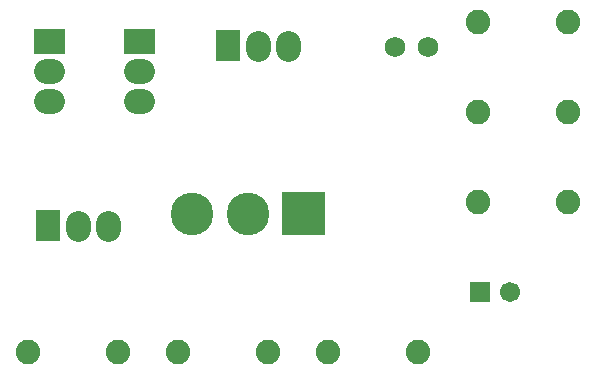
<source format=gbs>
G04 Layer: BottomSolderMaskLayer*
G04 EasyEDA v6.4.19.4, 2021-06-20T15:31:19+02:00*
G04 e6e026fb29b945aabfb51621ac71b843,10*
G04 Gerber Generator version 0.2*
G04 Scale: 100 percent, Rotated: No, Reflected: No *
G04 Dimensions in millimeters *
G04 leading zeros omitted , absolute positions ,4 integer and 5 decimal *
%FSLAX45Y45*%
%MOMM*%

%ADD27C,2.1016*%
%ADD28C,1.7272*%
%ADD29C,1.7018*%
%ADD32C,3.6192*%
%ADD34C,2.0828*%

%LPD*%
D27*
X1536448Y7009998D02*
G01*
X1536448Y6959998D01*
X1790448Y7009998D02*
G01*
X1790448Y6959998D01*
X3060448Y8533998D02*
G01*
X3060448Y8483998D01*
X3314448Y8533998D02*
G01*
X3314448Y8483998D01*
X2079731Y8039100D02*
G01*
X2029731Y8039100D01*
X2079731Y8293100D02*
G01*
X2029731Y8293100D01*
X1317731Y8039100D02*
G01*
X1267731Y8039100D01*
X1317731Y8293100D02*
G01*
X1267731Y8293100D01*
D28*
G01*
X4498847Y8496300D03*
G01*
X4219447Y8496300D03*
D29*
G01*
X5197347Y6426200D03*
G36*
X4858258Y6341110D02*
G01*
X4858258Y6511289D01*
X5028438Y6511289D01*
X5028438Y6341110D01*
G37*
G36*
X3263900Y6905752D02*
G01*
X3263900Y7267447D01*
X3625595Y7267447D01*
X3625595Y6905752D01*
G37*
D32*
G01*
X2974847Y7086600D03*
G01*
X2504947Y7086600D03*
G36*
X1177289Y6854952D02*
G01*
X1177289Y7115047D01*
X1387602Y7115047D01*
X1387602Y6854952D01*
G37*
G36*
X2701290Y8378952D02*
G01*
X2701290Y8639047D01*
X2911602Y8639047D01*
X2911602Y8378952D01*
G37*
D34*
G01*
X3650488Y5918200D03*
G01*
X4412488Y5918200D03*
G01*
X4920488Y7950200D03*
G01*
X5682488Y7950200D03*
G01*
X4920488Y7188200D03*
G01*
X5682488Y7188200D03*
G01*
X1110487Y5918200D03*
G01*
X1872487Y5918200D03*
G01*
X2380488Y5918200D03*
G01*
X3142488Y5918200D03*
G01*
X4920488Y8712200D03*
G01*
X5682488Y8712200D03*
G36*
X1924557Y8441944D02*
G01*
X1924557Y8652255D01*
X2184654Y8652255D01*
X2184654Y8441944D01*
G37*
G36*
X1162557Y8441944D02*
G01*
X1162557Y8652255D01*
X1422654Y8652255D01*
X1422654Y8441944D01*
G37*
M02*

</source>
